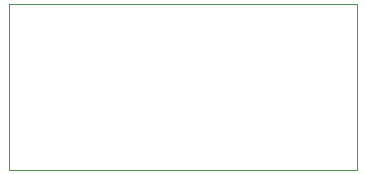
<source format=gbr>
G04 #@! TF.GenerationSoftware,KiCad,Pcbnew,(5.1.5)-3*
G04 #@! TF.CreationDate,2021-10-12T15:59:54+02:00*
G04 #@! TF.ProjectId,RFID_Cosine,52464944-5f43-46f7-9369-6e652e6b6963,rev?*
G04 #@! TF.SameCoordinates,Original*
G04 #@! TF.FileFunction,Profile,NP*
%FSLAX46Y46*%
G04 Gerber Fmt 4.6, Leading zero omitted, Abs format (unit mm)*
G04 Created by KiCad (PCBNEW (5.1.5)-3) date 2021-10-12 15:59:54*
%MOMM*%
%LPD*%
G04 APERTURE LIST*
%ADD10C,0.050000*%
G04 APERTURE END LIST*
D10*
X151500000Y-114000000D02*
X151500000Y-100000000D01*
X122000000Y-114000000D02*
X151500000Y-114000000D01*
X122000000Y-100000000D02*
X122000000Y-114000000D01*
X151500000Y-100000000D02*
X122000000Y-100000000D01*
M02*

</source>
